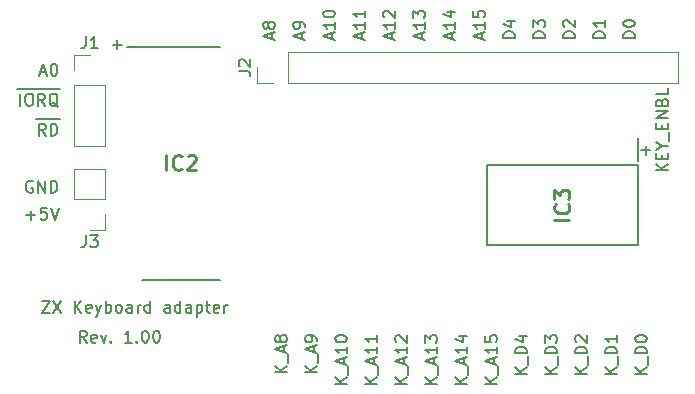
<source format=gbr>
%TF.GenerationSoftware,KiCad,Pcbnew,(5.1.6)-1*%
%TF.CreationDate,2020-09-22T22:22:24+03:00*%
%TF.ProjectId,ZX Keyboard logic,5a58204b-6579-4626-9f61-7264206c6f67,rev?*%
%TF.SameCoordinates,Original*%
%TF.FileFunction,Legend,Top*%
%TF.FilePolarity,Positive*%
%FSLAX46Y46*%
G04 Gerber Fmt 4.6, Leading zero omitted, Abs format (unit mm)*
G04 Created by KiCad (PCBNEW (5.1.6)-1) date 2020-09-22 22:22:24*
%MOMM*%
%LPD*%
G01*
G04 APERTURE LIST*
%ADD10C,0.150000*%
%ADD11C,0.120000*%
%ADD12C,0.200000*%
%ADD13C,0.254000*%
G04 APERTURE END LIST*
D10*
X37274547Y-80894228D02*
X38036452Y-80894228D01*
X37655500Y-81275180D02*
X37655500Y-80513276D01*
X82003947Y-89809628D02*
X82765852Y-89809628D01*
X82384900Y-90190580D02*
X82384900Y-89428676D01*
X82494380Y-108787714D02*
X81494380Y-108787714D01*
X82494380Y-108216286D02*
X81922952Y-108644857D01*
X81494380Y-108216286D02*
X82065809Y-108787714D01*
X82589619Y-108025809D02*
X82589619Y-107263905D01*
X82494380Y-107025809D02*
X81494380Y-107025809D01*
X81494380Y-106787714D01*
X81542000Y-106644857D01*
X81637238Y-106549619D01*
X81732476Y-106502000D01*
X81922952Y-106454381D01*
X82065809Y-106454381D01*
X82256285Y-106502000D01*
X82351523Y-106549619D01*
X82446761Y-106644857D01*
X82494380Y-106787714D01*
X82494380Y-107025809D01*
X81494380Y-105835333D02*
X81494380Y-105740095D01*
X81542000Y-105644857D01*
X81589619Y-105597238D01*
X81684857Y-105549619D01*
X81875333Y-105502000D01*
X82113428Y-105502000D01*
X82303904Y-105549619D01*
X82399142Y-105597238D01*
X82446761Y-105644857D01*
X82494380Y-105740095D01*
X82494380Y-105835333D01*
X82446761Y-105930571D01*
X82399142Y-105978190D01*
X82303904Y-106025809D01*
X82113428Y-106073428D01*
X81875333Y-106073428D01*
X81684857Y-106025809D01*
X81589619Y-105978190D01*
X81542000Y-105930571D01*
X81494380Y-105835333D01*
X79954380Y-108787714D02*
X78954380Y-108787714D01*
X79954380Y-108216286D02*
X79382952Y-108644857D01*
X78954380Y-108216286D02*
X79525809Y-108787714D01*
X80049619Y-108025809D02*
X80049619Y-107263905D01*
X79954380Y-107025809D02*
X78954380Y-107025809D01*
X78954380Y-106787714D01*
X79002000Y-106644857D01*
X79097238Y-106549619D01*
X79192476Y-106502000D01*
X79382952Y-106454381D01*
X79525809Y-106454381D01*
X79716285Y-106502000D01*
X79811523Y-106549619D01*
X79906761Y-106644857D01*
X79954380Y-106787714D01*
X79954380Y-107025809D01*
X79954380Y-105502000D02*
X79954380Y-106073428D01*
X79954380Y-105787714D02*
X78954380Y-105787714D01*
X79097238Y-105882952D01*
X79192476Y-105978190D01*
X79240095Y-106073428D01*
X77414380Y-108787714D02*
X76414380Y-108787714D01*
X77414380Y-108216286D02*
X76842952Y-108644857D01*
X76414380Y-108216286D02*
X76985809Y-108787714D01*
X77509619Y-108025809D02*
X77509619Y-107263905D01*
X77414380Y-107025809D02*
X76414380Y-107025809D01*
X76414380Y-106787714D01*
X76462000Y-106644857D01*
X76557238Y-106549619D01*
X76652476Y-106502000D01*
X76842952Y-106454381D01*
X76985809Y-106454381D01*
X77176285Y-106502000D01*
X77271523Y-106549619D01*
X77366761Y-106644857D01*
X77414380Y-106787714D01*
X77414380Y-107025809D01*
X76509619Y-106073428D02*
X76462000Y-106025809D01*
X76414380Y-105930571D01*
X76414380Y-105692476D01*
X76462000Y-105597238D01*
X76509619Y-105549619D01*
X76604857Y-105502000D01*
X76700095Y-105502000D01*
X76842952Y-105549619D01*
X77414380Y-106121047D01*
X77414380Y-105502000D01*
X54554380Y-108644858D02*
X53554380Y-108644858D01*
X54554380Y-108073429D02*
X53982952Y-108502000D01*
X53554380Y-108073429D02*
X54125809Y-108644858D01*
X54649619Y-107882953D02*
X54649619Y-107121048D01*
X54268666Y-106930572D02*
X54268666Y-106454381D01*
X54554380Y-107025810D02*
X53554380Y-106692477D01*
X54554380Y-106359143D01*
X54554380Y-105978191D02*
X54554380Y-105787715D01*
X54506761Y-105692477D01*
X54459142Y-105644858D01*
X54316285Y-105549619D01*
X54125809Y-105502000D01*
X53744857Y-105502000D01*
X53649619Y-105549619D01*
X53602000Y-105597239D01*
X53554380Y-105692477D01*
X53554380Y-105882953D01*
X53602000Y-105978191D01*
X53649619Y-106025810D01*
X53744857Y-106073429D01*
X53982952Y-106073429D01*
X54078190Y-106025810D01*
X54125809Y-105978191D01*
X54173428Y-105882953D01*
X54173428Y-105692477D01*
X54125809Y-105597239D01*
X54078190Y-105549619D01*
X53982952Y-105502000D01*
X74874380Y-108787714D02*
X73874380Y-108787714D01*
X74874380Y-108216286D02*
X74302952Y-108644857D01*
X73874380Y-108216286D02*
X74445809Y-108787714D01*
X74969619Y-108025809D02*
X74969619Y-107263905D01*
X74874380Y-107025809D02*
X73874380Y-107025809D01*
X73874380Y-106787714D01*
X73922000Y-106644857D01*
X74017238Y-106549619D01*
X74112476Y-106502000D01*
X74302952Y-106454381D01*
X74445809Y-106454381D01*
X74636285Y-106502000D01*
X74731523Y-106549619D01*
X74826761Y-106644857D01*
X74874380Y-106787714D01*
X74874380Y-107025809D01*
X73874380Y-106121047D02*
X73874380Y-105502000D01*
X74255333Y-105835333D01*
X74255333Y-105692476D01*
X74302952Y-105597238D01*
X74350571Y-105549619D01*
X74445809Y-105502000D01*
X74683904Y-105502000D01*
X74779142Y-105549619D01*
X74826761Y-105597238D01*
X74874380Y-105692476D01*
X74874380Y-105978190D01*
X74826761Y-106073428D01*
X74779142Y-106121047D01*
X72334380Y-108787714D02*
X71334380Y-108787714D01*
X72334380Y-108216286D02*
X71762952Y-108644857D01*
X71334380Y-108216286D02*
X71905809Y-108787714D01*
X72429619Y-108025809D02*
X72429619Y-107263905D01*
X72334380Y-107025809D02*
X71334380Y-107025809D01*
X71334380Y-106787714D01*
X71382000Y-106644857D01*
X71477238Y-106549619D01*
X71572476Y-106502000D01*
X71762952Y-106454381D01*
X71905809Y-106454381D01*
X72096285Y-106502000D01*
X72191523Y-106549619D01*
X72286761Y-106644857D01*
X72334380Y-106787714D01*
X72334380Y-107025809D01*
X71667714Y-105597238D02*
X72334380Y-105597238D01*
X71286761Y-105835333D02*
X72001047Y-106073428D01*
X72001047Y-105454381D01*
X59634380Y-109597238D02*
X58634380Y-109597238D01*
X59634380Y-109025809D02*
X59062952Y-109454381D01*
X58634380Y-109025809D02*
X59205809Y-109597238D01*
X59729619Y-108835333D02*
X59729619Y-108073429D01*
X59348666Y-107882952D02*
X59348666Y-107406762D01*
X59634380Y-107978190D02*
X58634380Y-107644857D01*
X59634380Y-107311524D01*
X59634380Y-106454381D02*
X59634380Y-107025809D01*
X59634380Y-106740095D02*
X58634380Y-106740095D01*
X58777238Y-106835333D01*
X58872476Y-106930571D01*
X58920095Y-107025809D01*
X59634380Y-105502000D02*
X59634380Y-106073429D01*
X59634380Y-105787714D02*
X58634380Y-105787714D01*
X58777238Y-105882952D01*
X58872476Y-105978190D01*
X58920095Y-106073429D01*
X64714380Y-109597238D02*
X63714380Y-109597238D01*
X64714380Y-109025809D02*
X64142952Y-109454381D01*
X63714380Y-109025809D02*
X64285809Y-109597238D01*
X64809619Y-108835333D02*
X64809619Y-108073429D01*
X64428666Y-107882952D02*
X64428666Y-107406762D01*
X64714380Y-107978190D02*
X63714380Y-107644857D01*
X64714380Y-107311524D01*
X64714380Y-106454381D02*
X64714380Y-107025809D01*
X64714380Y-106740095D02*
X63714380Y-106740095D01*
X63857238Y-106835333D01*
X63952476Y-106930571D01*
X64000095Y-107025809D01*
X63714380Y-106121048D02*
X63714380Y-105502000D01*
X64095333Y-105835333D01*
X64095333Y-105692476D01*
X64142952Y-105597238D01*
X64190571Y-105549619D01*
X64285809Y-105502000D01*
X64523904Y-105502000D01*
X64619142Y-105549619D01*
X64666761Y-105597238D01*
X64714380Y-105692476D01*
X64714380Y-105978190D01*
X64666761Y-106073429D01*
X64619142Y-106121048D01*
X69794380Y-109597238D02*
X68794380Y-109597238D01*
X69794380Y-109025809D02*
X69222952Y-109454381D01*
X68794380Y-109025809D02*
X69365809Y-109597238D01*
X69889619Y-108835333D02*
X69889619Y-108073429D01*
X69508666Y-107882952D02*
X69508666Y-107406762D01*
X69794380Y-107978190D02*
X68794380Y-107644857D01*
X69794380Y-107311524D01*
X69794380Y-106454381D02*
X69794380Y-107025809D01*
X69794380Y-106740095D02*
X68794380Y-106740095D01*
X68937238Y-106835333D01*
X69032476Y-106930571D01*
X69080095Y-107025809D01*
X68794380Y-105549619D02*
X68794380Y-106025809D01*
X69270571Y-106073429D01*
X69222952Y-106025809D01*
X69175333Y-105930571D01*
X69175333Y-105692476D01*
X69222952Y-105597238D01*
X69270571Y-105549619D01*
X69365809Y-105502000D01*
X69603904Y-105502000D01*
X69699142Y-105549619D01*
X69746761Y-105597238D01*
X69794380Y-105692476D01*
X69794380Y-105930571D01*
X69746761Y-106025809D01*
X69699142Y-106073429D01*
X67254380Y-109597238D02*
X66254380Y-109597238D01*
X67254380Y-109025809D02*
X66682952Y-109454381D01*
X66254380Y-109025809D02*
X66825809Y-109597238D01*
X67349619Y-108835333D02*
X67349619Y-108073429D01*
X66968666Y-107882952D02*
X66968666Y-107406762D01*
X67254380Y-107978190D02*
X66254380Y-107644857D01*
X67254380Y-107311524D01*
X67254380Y-106454381D02*
X67254380Y-107025809D01*
X67254380Y-106740095D02*
X66254380Y-106740095D01*
X66397238Y-106835333D01*
X66492476Y-106930571D01*
X66540095Y-107025809D01*
X66587714Y-105597238D02*
X67254380Y-105597238D01*
X66206761Y-105835333D02*
X66921047Y-106073429D01*
X66921047Y-105454381D01*
X62174380Y-109597238D02*
X61174380Y-109597238D01*
X62174380Y-109025809D02*
X61602952Y-109454381D01*
X61174380Y-109025809D02*
X61745809Y-109597238D01*
X62269619Y-108835333D02*
X62269619Y-108073429D01*
X61888666Y-107882952D02*
X61888666Y-107406762D01*
X62174380Y-107978190D02*
X61174380Y-107644857D01*
X62174380Y-107311524D01*
X62174380Y-106454381D02*
X62174380Y-107025809D01*
X62174380Y-106740095D02*
X61174380Y-106740095D01*
X61317238Y-106835333D01*
X61412476Y-106930571D01*
X61460095Y-107025809D01*
X61269619Y-106073429D02*
X61222000Y-106025809D01*
X61174380Y-105930571D01*
X61174380Y-105692476D01*
X61222000Y-105597238D01*
X61269619Y-105549619D01*
X61364857Y-105502000D01*
X61460095Y-105502000D01*
X61602952Y-105549619D01*
X62174380Y-106121048D01*
X62174380Y-105502000D01*
X57094380Y-109597238D02*
X56094380Y-109597238D01*
X57094380Y-109025809D02*
X56522952Y-109454381D01*
X56094380Y-109025809D02*
X56665809Y-109597238D01*
X57189619Y-108835333D02*
X57189619Y-108073429D01*
X56808666Y-107882952D02*
X56808666Y-107406762D01*
X57094380Y-107978190D02*
X56094380Y-107644857D01*
X57094380Y-107311524D01*
X57094380Y-106454381D02*
X57094380Y-107025809D01*
X57094380Y-106740095D02*
X56094380Y-106740095D01*
X56237238Y-106835333D01*
X56332476Y-106930571D01*
X56380095Y-107025809D01*
X56094380Y-105835333D02*
X56094380Y-105740095D01*
X56142000Y-105644857D01*
X56189619Y-105597238D01*
X56284857Y-105549619D01*
X56475333Y-105502000D01*
X56713428Y-105502000D01*
X56903904Y-105549619D01*
X56999142Y-105597238D01*
X57046761Y-105644857D01*
X57094380Y-105740095D01*
X57094380Y-105835333D01*
X57046761Y-105930571D01*
X56999142Y-105978190D01*
X56903904Y-106025809D01*
X56713428Y-106073429D01*
X56475333Y-106073429D01*
X56284857Y-106025809D01*
X56189619Y-105978190D01*
X56142000Y-105930571D01*
X56094380Y-105835333D01*
X52014380Y-108644858D02*
X51014380Y-108644858D01*
X52014380Y-108073429D02*
X51442952Y-108502000D01*
X51014380Y-108073429D02*
X51585809Y-108644858D01*
X52109619Y-107882953D02*
X52109619Y-107121048D01*
X51728666Y-106930572D02*
X51728666Y-106454381D01*
X52014380Y-107025810D02*
X51014380Y-106692477D01*
X52014380Y-106359143D01*
X51442952Y-105882953D02*
X51395333Y-105978191D01*
X51347714Y-106025810D01*
X51252476Y-106073429D01*
X51204857Y-106073429D01*
X51109619Y-106025810D01*
X51062000Y-105978191D01*
X51014380Y-105882953D01*
X51014380Y-105692477D01*
X51062000Y-105597239D01*
X51109619Y-105549619D01*
X51204857Y-105502000D01*
X51252476Y-105502000D01*
X51347714Y-105549619D01*
X51395333Y-105597239D01*
X51442952Y-105692477D01*
X51442952Y-105882953D01*
X51490571Y-105978191D01*
X51538190Y-106025810D01*
X51633428Y-106073429D01*
X51823904Y-106073429D01*
X51919142Y-106025810D01*
X51966761Y-105978191D01*
X52014380Y-105882953D01*
X52014380Y-105692477D01*
X51966761Y-105597239D01*
X51919142Y-105549619D01*
X51823904Y-105502000D01*
X51633428Y-105502000D01*
X51538190Y-105549619D01*
X51490571Y-105597239D01*
X51442952Y-105692477D01*
X35060285Y-106116380D02*
X34726952Y-105640190D01*
X34488857Y-106116380D02*
X34488857Y-105116380D01*
X34869809Y-105116380D01*
X34965047Y-105164000D01*
X35012666Y-105211619D01*
X35060285Y-105306857D01*
X35060285Y-105449714D01*
X35012666Y-105544952D01*
X34965047Y-105592571D01*
X34869809Y-105640190D01*
X34488857Y-105640190D01*
X35869809Y-106068761D02*
X35774571Y-106116380D01*
X35584095Y-106116380D01*
X35488857Y-106068761D01*
X35441238Y-105973523D01*
X35441238Y-105592571D01*
X35488857Y-105497333D01*
X35584095Y-105449714D01*
X35774571Y-105449714D01*
X35869809Y-105497333D01*
X35917428Y-105592571D01*
X35917428Y-105687809D01*
X35441238Y-105783047D01*
X36250761Y-105449714D02*
X36488857Y-106116380D01*
X36726952Y-105449714D01*
X37107904Y-106021142D02*
X37155523Y-106068761D01*
X37107904Y-106116380D01*
X37060285Y-106068761D01*
X37107904Y-106021142D01*
X37107904Y-106116380D01*
X38869809Y-106116380D02*
X38298380Y-106116380D01*
X38584095Y-106116380D02*
X38584095Y-105116380D01*
X38488857Y-105259238D01*
X38393619Y-105354476D01*
X38298380Y-105402095D01*
X39298380Y-106021142D02*
X39346000Y-106068761D01*
X39298380Y-106116380D01*
X39250761Y-106068761D01*
X39298380Y-106021142D01*
X39298380Y-106116380D01*
X39965047Y-105116380D02*
X40060285Y-105116380D01*
X40155523Y-105164000D01*
X40203142Y-105211619D01*
X40250761Y-105306857D01*
X40298380Y-105497333D01*
X40298380Y-105735428D01*
X40250761Y-105925904D01*
X40203142Y-106021142D01*
X40155523Y-106068761D01*
X40060285Y-106116380D01*
X39965047Y-106116380D01*
X39869809Y-106068761D01*
X39822190Y-106021142D01*
X39774571Y-105925904D01*
X39726952Y-105735428D01*
X39726952Y-105497333D01*
X39774571Y-105306857D01*
X39822190Y-105211619D01*
X39869809Y-105164000D01*
X39965047Y-105116380D01*
X40917428Y-105116380D02*
X41012666Y-105116380D01*
X41107904Y-105164000D01*
X41155523Y-105211619D01*
X41203142Y-105306857D01*
X41250761Y-105497333D01*
X41250761Y-105735428D01*
X41203142Y-105925904D01*
X41155523Y-106021142D01*
X41107904Y-106068761D01*
X41012666Y-106116380D01*
X40917428Y-106116380D01*
X40822190Y-106068761D01*
X40774571Y-106021142D01*
X40726952Y-105925904D01*
X40679333Y-105735428D01*
X40679333Y-105497333D01*
X40726952Y-105306857D01*
X40774571Y-105211619D01*
X40822190Y-105164000D01*
X40917428Y-105116380D01*
X31282666Y-102576380D02*
X31949333Y-102576380D01*
X31282666Y-103576380D01*
X31949333Y-103576380D01*
X32235047Y-102576380D02*
X32901714Y-103576380D01*
X32901714Y-102576380D02*
X32235047Y-103576380D01*
X34044571Y-103576380D02*
X34044571Y-102576380D01*
X34616000Y-103576380D02*
X34187428Y-103004952D01*
X34616000Y-102576380D02*
X34044571Y-103147809D01*
X35425523Y-103528761D02*
X35330285Y-103576380D01*
X35139809Y-103576380D01*
X35044571Y-103528761D01*
X34996952Y-103433523D01*
X34996952Y-103052571D01*
X35044571Y-102957333D01*
X35139809Y-102909714D01*
X35330285Y-102909714D01*
X35425523Y-102957333D01*
X35473142Y-103052571D01*
X35473142Y-103147809D01*
X34996952Y-103243047D01*
X35806476Y-102909714D02*
X36044571Y-103576380D01*
X36282666Y-102909714D02*
X36044571Y-103576380D01*
X35949333Y-103814476D01*
X35901714Y-103862095D01*
X35806476Y-103909714D01*
X36663619Y-103576380D02*
X36663619Y-102576380D01*
X36663619Y-102957333D02*
X36758857Y-102909714D01*
X36949333Y-102909714D01*
X37044571Y-102957333D01*
X37092190Y-103004952D01*
X37139809Y-103100190D01*
X37139809Y-103385904D01*
X37092190Y-103481142D01*
X37044571Y-103528761D01*
X36949333Y-103576380D01*
X36758857Y-103576380D01*
X36663619Y-103528761D01*
X37711238Y-103576380D02*
X37616000Y-103528761D01*
X37568380Y-103481142D01*
X37520761Y-103385904D01*
X37520761Y-103100190D01*
X37568380Y-103004952D01*
X37616000Y-102957333D01*
X37711238Y-102909714D01*
X37854095Y-102909714D01*
X37949333Y-102957333D01*
X37996952Y-103004952D01*
X38044571Y-103100190D01*
X38044571Y-103385904D01*
X37996952Y-103481142D01*
X37949333Y-103528761D01*
X37854095Y-103576380D01*
X37711238Y-103576380D01*
X38901714Y-103576380D02*
X38901714Y-103052571D01*
X38854095Y-102957333D01*
X38758857Y-102909714D01*
X38568380Y-102909714D01*
X38473142Y-102957333D01*
X38901714Y-103528761D02*
X38806476Y-103576380D01*
X38568380Y-103576380D01*
X38473142Y-103528761D01*
X38425523Y-103433523D01*
X38425523Y-103338285D01*
X38473142Y-103243047D01*
X38568380Y-103195428D01*
X38806476Y-103195428D01*
X38901714Y-103147809D01*
X39377904Y-103576380D02*
X39377904Y-102909714D01*
X39377904Y-103100190D02*
X39425523Y-103004952D01*
X39473142Y-102957333D01*
X39568380Y-102909714D01*
X39663619Y-102909714D01*
X40425523Y-103576380D02*
X40425523Y-102576380D01*
X40425523Y-103528761D02*
X40330285Y-103576380D01*
X40139809Y-103576380D01*
X40044571Y-103528761D01*
X39996952Y-103481142D01*
X39949333Y-103385904D01*
X39949333Y-103100190D01*
X39996952Y-103004952D01*
X40044571Y-102957333D01*
X40139809Y-102909714D01*
X40330285Y-102909714D01*
X40425523Y-102957333D01*
X42092190Y-103576380D02*
X42092190Y-103052571D01*
X42044571Y-102957333D01*
X41949333Y-102909714D01*
X41758857Y-102909714D01*
X41663619Y-102957333D01*
X42092190Y-103528761D02*
X41996952Y-103576380D01*
X41758857Y-103576380D01*
X41663619Y-103528761D01*
X41616000Y-103433523D01*
X41616000Y-103338285D01*
X41663619Y-103243047D01*
X41758857Y-103195428D01*
X41996952Y-103195428D01*
X42092190Y-103147809D01*
X42996952Y-103576380D02*
X42996952Y-102576380D01*
X42996952Y-103528761D02*
X42901714Y-103576380D01*
X42711238Y-103576380D01*
X42616000Y-103528761D01*
X42568380Y-103481142D01*
X42520761Y-103385904D01*
X42520761Y-103100190D01*
X42568380Y-103004952D01*
X42616000Y-102957333D01*
X42711238Y-102909714D01*
X42901714Y-102909714D01*
X42996952Y-102957333D01*
X43901714Y-103576380D02*
X43901714Y-103052571D01*
X43854095Y-102957333D01*
X43758857Y-102909714D01*
X43568380Y-102909714D01*
X43473142Y-102957333D01*
X43901714Y-103528761D02*
X43806476Y-103576380D01*
X43568380Y-103576380D01*
X43473142Y-103528761D01*
X43425523Y-103433523D01*
X43425523Y-103338285D01*
X43473142Y-103243047D01*
X43568380Y-103195428D01*
X43806476Y-103195428D01*
X43901714Y-103147809D01*
X44377904Y-102909714D02*
X44377904Y-103909714D01*
X44377904Y-102957333D02*
X44473142Y-102909714D01*
X44663619Y-102909714D01*
X44758857Y-102957333D01*
X44806476Y-103004952D01*
X44854095Y-103100190D01*
X44854095Y-103385904D01*
X44806476Y-103481142D01*
X44758857Y-103528761D01*
X44663619Y-103576380D01*
X44473142Y-103576380D01*
X44377904Y-103528761D01*
X45139809Y-102909714D02*
X45520761Y-102909714D01*
X45282666Y-102576380D02*
X45282666Y-103433523D01*
X45330285Y-103528761D01*
X45425523Y-103576380D01*
X45520761Y-103576380D01*
X46235047Y-103528761D02*
X46139809Y-103576380D01*
X45949333Y-103576380D01*
X45854095Y-103528761D01*
X45806476Y-103433523D01*
X45806476Y-103052571D01*
X45854095Y-102957333D01*
X45949333Y-102909714D01*
X46139809Y-102909714D01*
X46235047Y-102957333D01*
X46282666Y-103052571D01*
X46282666Y-103147809D01*
X45806476Y-103243047D01*
X46711238Y-103576380D02*
X46711238Y-102909714D01*
X46711238Y-103100190D02*
X46758857Y-103004952D01*
X46806476Y-102957333D01*
X46901714Y-102909714D01*
X46996952Y-102909714D01*
X29956285Y-95321428D02*
X30718190Y-95321428D01*
X30337238Y-95702380D02*
X30337238Y-94940476D01*
X31670571Y-94702380D02*
X31194380Y-94702380D01*
X31146761Y-95178571D01*
X31194380Y-95130952D01*
X31289619Y-95083333D01*
X31527714Y-95083333D01*
X31622952Y-95130952D01*
X31670571Y-95178571D01*
X31718190Y-95273809D01*
X31718190Y-95511904D01*
X31670571Y-95607142D01*
X31622952Y-95654761D01*
X31527714Y-95702380D01*
X31289619Y-95702380D01*
X31194380Y-95654761D01*
X31146761Y-95607142D01*
X32003904Y-94702380D02*
X32337238Y-95702380D01*
X32670571Y-94702380D01*
X30480095Y-92464000D02*
X30384857Y-92416380D01*
X30242000Y-92416380D01*
X30099142Y-92464000D01*
X30003904Y-92559238D01*
X29956285Y-92654476D01*
X29908666Y-92844952D01*
X29908666Y-92987809D01*
X29956285Y-93178285D01*
X30003904Y-93273523D01*
X30099142Y-93368761D01*
X30242000Y-93416380D01*
X30337238Y-93416380D01*
X30480095Y-93368761D01*
X30527714Y-93321142D01*
X30527714Y-92987809D01*
X30337238Y-92987809D01*
X30956285Y-93416380D02*
X30956285Y-92416380D01*
X31527714Y-93416380D01*
X31527714Y-92416380D01*
X32003904Y-93416380D02*
X32003904Y-92416380D01*
X32242000Y-92416380D01*
X32384857Y-92464000D01*
X32480095Y-92559238D01*
X32527714Y-92654476D01*
X32575333Y-92844952D01*
X32575333Y-92987809D01*
X32527714Y-93178285D01*
X32480095Y-93273523D01*
X32384857Y-93368761D01*
X32242000Y-93416380D01*
X32003904Y-93416380D01*
X50712666Y-80379524D02*
X50712666Y-79903334D01*
X50998380Y-80474762D02*
X49998380Y-80141429D01*
X50998380Y-79808096D01*
X50426952Y-79331905D02*
X50379333Y-79427143D01*
X50331714Y-79474762D01*
X50236476Y-79522381D01*
X50188857Y-79522381D01*
X50093619Y-79474762D01*
X50046000Y-79427143D01*
X49998380Y-79331905D01*
X49998380Y-79141429D01*
X50046000Y-79046191D01*
X50093619Y-78998572D01*
X50188857Y-78950953D01*
X50236476Y-78950953D01*
X50331714Y-78998572D01*
X50379333Y-79046191D01*
X50426952Y-79141429D01*
X50426952Y-79331905D01*
X50474571Y-79427143D01*
X50522190Y-79474762D01*
X50617428Y-79522381D01*
X50807904Y-79522381D01*
X50903142Y-79474762D01*
X50950761Y-79427143D01*
X50998380Y-79331905D01*
X50998380Y-79141429D01*
X50950761Y-79046191D01*
X50903142Y-78998572D01*
X50807904Y-78950953D01*
X50617428Y-78950953D01*
X50522190Y-78998572D01*
X50474571Y-79046191D01*
X50426952Y-79141429D01*
X53252666Y-80379524D02*
X53252666Y-79903334D01*
X53538380Y-80474762D02*
X52538380Y-80141429D01*
X53538380Y-79808096D01*
X53538380Y-79427143D02*
X53538380Y-79236667D01*
X53490761Y-79141429D01*
X53443142Y-79093810D01*
X53300285Y-78998572D01*
X53109809Y-78950953D01*
X52728857Y-78950953D01*
X52633619Y-78998572D01*
X52586000Y-79046191D01*
X52538380Y-79141429D01*
X52538380Y-79331905D01*
X52586000Y-79427143D01*
X52633619Y-79474762D01*
X52728857Y-79522381D01*
X52966952Y-79522381D01*
X53062190Y-79474762D01*
X53109809Y-79427143D01*
X53157428Y-79331905D01*
X53157428Y-79141429D01*
X53109809Y-79046191D01*
X53062190Y-78998572D01*
X52966952Y-78950953D01*
X55792666Y-80379525D02*
X55792666Y-79903334D01*
X56078380Y-80474763D02*
X55078380Y-80141429D01*
X56078380Y-79808096D01*
X56078380Y-78950953D02*
X56078380Y-79522382D01*
X56078380Y-79236668D02*
X55078380Y-79236668D01*
X55221238Y-79331906D01*
X55316476Y-79427144D01*
X55364095Y-79522382D01*
X55078380Y-78331906D02*
X55078380Y-78236668D01*
X55126000Y-78141429D01*
X55173619Y-78093810D01*
X55268857Y-78046191D01*
X55459333Y-77998572D01*
X55697428Y-77998572D01*
X55887904Y-78046191D01*
X55983142Y-78093810D01*
X56030761Y-78141429D01*
X56078380Y-78236668D01*
X56078380Y-78331906D01*
X56030761Y-78427144D01*
X55983142Y-78474763D01*
X55887904Y-78522382D01*
X55697428Y-78570001D01*
X55459333Y-78570001D01*
X55268857Y-78522382D01*
X55173619Y-78474763D01*
X55126000Y-78427144D01*
X55078380Y-78331906D01*
X58332666Y-80379525D02*
X58332666Y-79903334D01*
X58618380Y-80474763D02*
X57618380Y-80141429D01*
X58618380Y-79808096D01*
X58618380Y-78950953D02*
X58618380Y-79522382D01*
X58618380Y-79236668D02*
X57618380Y-79236668D01*
X57761238Y-79331906D01*
X57856476Y-79427144D01*
X57904095Y-79522382D01*
X58618380Y-77998572D02*
X58618380Y-78570001D01*
X58618380Y-78284287D02*
X57618380Y-78284287D01*
X57761238Y-78379525D01*
X57856476Y-78474763D01*
X57904095Y-78570001D01*
X60872666Y-80379525D02*
X60872666Y-79903334D01*
X61158380Y-80474763D02*
X60158380Y-80141429D01*
X61158380Y-79808096D01*
X61158380Y-78950953D02*
X61158380Y-79522382D01*
X61158380Y-79236668D02*
X60158380Y-79236668D01*
X60301238Y-79331906D01*
X60396476Y-79427144D01*
X60444095Y-79522382D01*
X60253619Y-78570001D02*
X60206000Y-78522382D01*
X60158380Y-78427144D01*
X60158380Y-78189049D01*
X60206000Y-78093810D01*
X60253619Y-78046191D01*
X60348857Y-77998572D01*
X60444095Y-77998572D01*
X60586952Y-78046191D01*
X61158380Y-78617620D01*
X61158380Y-77998572D01*
X63412666Y-80379525D02*
X63412666Y-79903334D01*
X63698380Y-80474763D02*
X62698380Y-80141429D01*
X63698380Y-79808096D01*
X63698380Y-78950953D02*
X63698380Y-79522382D01*
X63698380Y-79236668D02*
X62698380Y-79236668D01*
X62841238Y-79331906D01*
X62936476Y-79427144D01*
X62984095Y-79522382D01*
X62698380Y-78617620D02*
X62698380Y-77998572D01*
X63079333Y-78331906D01*
X63079333Y-78189049D01*
X63126952Y-78093810D01*
X63174571Y-78046191D01*
X63269809Y-77998572D01*
X63507904Y-77998572D01*
X63603142Y-78046191D01*
X63650761Y-78093810D01*
X63698380Y-78189049D01*
X63698380Y-78474763D01*
X63650761Y-78570001D01*
X63603142Y-78617620D01*
X65952666Y-80379525D02*
X65952666Y-79903334D01*
X66238380Y-80474763D02*
X65238380Y-80141429D01*
X66238380Y-79808096D01*
X66238380Y-78950953D02*
X66238380Y-79522382D01*
X66238380Y-79236668D02*
X65238380Y-79236668D01*
X65381238Y-79331906D01*
X65476476Y-79427144D01*
X65524095Y-79522382D01*
X65571714Y-78093810D02*
X66238380Y-78093810D01*
X65190761Y-78331906D02*
X65905047Y-78570001D01*
X65905047Y-77950953D01*
X68492666Y-80379525D02*
X68492666Y-79903334D01*
X68778380Y-80474763D02*
X67778380Y-80141429D01*
X68778380Y-79808096D01*
X68778380Y-78950953D02*
X68778380Y-79522382D01*
X68778380Y-79236668D02*
X67778380Y-79236668D01*
X67921238Y-79331906D01*
X68016476Y-79427144D01*
X68064095Y-79522382D01*
X67778380Y-78046191D02*
X67778380Y-78522382D01*
X68254571Y-78570001D01*
X68206952Y-78522382D01*
X68159333Y-78427144D01*
X68159333Y-78189049D01*
X68206952Y-78093810D01*
X68254571Y-78046191D01*
X68349809Y-77998572D01*
X68587904Y-77998572D01*
X68683142Y-78046191D01*
X68730761Y-78093810D01*
X68778380Y-78189049D01*
X68778380Y-78427144D01*
X68730761Y-78522382D01*
X68683142Y-78570001D01*
X71318380Y-80331906D02*
X70318380Y-80331906D01*
X70318380Y-80093811D01*
X70366000Y-79950953D01*
X70461238Y-79855715D01*
X70556476Y-79808096D01*
X70746952Y-79760477D01*
X70889809Y-79760477D01*
X71080285Y-79808096D01*
X71175523Y-79855715D01*
X71270761Y-79950953D01*
X71318380Y-80093811D01*
X71318380Y-80331906D01*
X70651714Y-78903334D02*
X71318380Y-78903334D01*
X70270761Y-79141430D02*
X70985047Y-79379525D01*
X70985047Y-78760477D01*
X73858380Y-80331906D02*
X72858380Y-80331906D01*
X72858380Y-80093811D01*
X72906000Y-79950953D01*
X73001238Y-79855715D01*
X73096476Y-79808096D01*
X73286952Y-79760477D01*
X73429809Y-79760477D01*
X73620285Y-79808096D01*
X73715523Y-79855715D01*
X73810761Y-79950953D01*
X73858380Y-80093811D01*
X73858380Y-80331906D01*
X72858380Y-79427144D02*
X72858380Y-78808096D01*
X73239333Y-79141430D01*
X73239333Y-78998572D01*
X73286952Y-78903334D01*
X73334571Y-78855715D01*
X73429809Y-78808096D01*
X73667904Y-78808096D01*
X73763142Y-78855715D01*
X73810761Y-78903334D01*
X73858380Y-78998572D01*
X73858380Y-79284287D01*
X73810761Y-79379525D01*
X73763142Y-79427144D01*
X76398380Y-80331906D02*
X75398380Y-80331906D01*
X75398380Y-80093811D01*
X75446000Y-79950953D01*
X75541238Y-79855715D01*
X75636476Y-79808096D01*
X75826952Y-79760477D01*
X75969809Y-79760477D01*
X76160285Y-79808096D01*
X76255523Y-79855715D01*
X76350761Y-79950953D01*
X76398380Y-80093811D01*
X76398380Y-80331906D01*
X75493619Y-79379525D02*
X75446000Y-79331906D01*
X75398380Y-79236668D01*
X75398380Y-78998572D01*
X75446000Y-78903334D01*
X75493619Y-78855715D01*
X75588857Y-78808096D01*
X75684095Y-78808096D01*
X75826952Y-78855715D01*
X76398380Y-79427144D01*
X76398380Y-78808096D01*
X78938380Y-80331906D02*
X77938380Y-80331906D01*
X77938380Y-80093811D01*
X77986000Y-79950953D01*
X78081238Y-79855715D01*
X78176476Y-79808096D01*
X78366952Y-79760477D01*
X78509809Y-79760477D01*
X78700285Y-79808096D01*
X78795523Y-79855715D01*
X78890761Y-79950953D01*
X78938380Y-80093811D01*
X78938380Y-80331906D01*
X78938380Y-78808096D02*
X78938380Y-79379525D01*
X78938380Y-79093811D02*
X77938380Y-79093811D01*
X78081238Y-79189049D01*
X78176476Y-79284287D01*
X78224095Y-79379525D01*
X81478380Y-80331906D02*
X80478380Y-80331906D01*
X80478380Y-80093811D01*
X80526000Y-79950953D01*
X80621238Y-79855715D01*
X80716476Y-79808096D01*
X80906952Y-79760477D01*
X81049809Y-79760477D01*
X81240285Y-79808096D01*
X81335523Y-79855715D01*
X81430761Y-79950953D01*
X81478380Y-80093811D01*
X81478380Y-80331906D01*
X80478380Y-79141430D02*
X80478380Y-79046191D01*
X80526000Y-78950953D01*
X80573619Y-78903334D01*
X80668857Y-78855715D01*
X80859333Y-78808096D01*
X81097428Y-78808096D01*
X81287904Y-78855715D01*
X81383142Y-78903334D01*
X81430761Y-78950953D01*
X81478380Y-79046191D01*
X81478380Y-79141430D01*
X81430761Y-79236668D01*
X81383142Y-79284287D01*
X81287904Y-79331906D01*
X81097428Y-79379525D01*
X80859333Y-79379525D01*
X80668857Y-79331906D01*
X80573619Y-79284287D01*
X80526000Y-79236668D01*
X80478380Y-79141430D01*
X84272380Y-91542761D02*
X83272380Y-91542761D01*
X84272380Y-90971333D02*
X83700952Y-91399904D01*
X83272380Y-90971333D02*
X83843809Y-91542761D01*
X83748571Y-90542761D02*
X83748571Y-90209428D01*
X84272380Y-90066571D02*
X84272380Y-90542761D01*
X83272380Y-90542761D01*
X83272380Y-90066571D01*
X83796190Y-89447523D02*
X84272380Y-89447523D01*
X83272380Y-89780857D02*
X83796190Y-89447523D01*
X83272380Y-89114190D01*
X84367619Y-89018952D02*
X84367619Y-88257047D01*
X83748571Y-88018952D02*
X83748571Y-87685619D01*
X84272380Y-87542761D02*
X84272380Y-88018952D01*
X83272380Y-88018952D01*
X83272380Y-87542761D01*
X84272380Y-87114190D02*
X83272380Y-87114190D01*
X84272380Y-86542761D01*
X83272380Y-86542761D01*
X83748571Y-85733238D02*
X83796190Y-85590380D01*
X83843809Y-85542761D01*
X83939047Y-85495142D01*
X84081904Y-85495142D01*
X84177142Y-85542761D01*
X84224761Y-85590380D01*
X84272380Y-85685619D01*
X84272380Y-86066571D01*
X83272380Y-86066571D01*
X83272380Y-85733238D01*
X83320000Y-85638000D01*
X83367619Y-85590380D01*
X83462857Y-85542761D01*
X83558095Y-85542761D01*
X83653333Y-85590380D01*
X83700952Y-85638000D01*
X83748571Y-85733238D01*
X83748571Y-86066571D01*
X84272380Y-84590380D02*
X84272380Y-85066571D01*
X83272380Y-85066571D01*
X30765810Y-87223000D02*
X31765810Y-87223000D01*
X31575333Y-88590380D02*
X31242000Y-88114190D01*
X31003905Y-88590380D02*
X31003905Y-87590380D01*
X31384857Y-87590380D01*
X31480095Y-87638000D01*
X31527714Y-87685619D01*
X31575333Y-87780857D01*
X31575333Y-87923714D01*
X31527714Y-88018952D01*
X31480095Y-88066571D01*
X31384857Y-88114190D01*
X31003905Y-88114190D01*
X31765810Y-87223000D02*
X32765810Y-87223000D01*
X32003905Y-88590380D02*
X32003905Y-87590380D01*
X32242000Y-87590380D01*
X32384857Y-87638000D01*
X32480095Y-87733238D01*
X32527714Y-87828476D01*
X32575333Y-88018952D01*
X32575333Y-88161809D01*
X32527714Y-88352285D01*
X32480095Y-88447523D01*
X32384857Y-88542761D01*
X32242000Y-88590380D01*
X32003905Y-88590380D01*
X29194380Y-84683000D02*
X29670571Y-84683000D01*
X29432475Y-86050380D02*
X29432475Y-85050380D01*
X29670571Y-84683000D02*
X30718190Y-84683000D01*
X30099142Y-85050380D02*
X30289618Y-85050380D01*
X30384856Y-85098000D01*
X30480095Y-85193238D01*
X30527714Y-85383714D01*
X30527714Y-85717047D01*
X30480095Y-85907523D01*
X30384856Y-86002761D01*
X30289618Y-86050380D01*
X30099142Y-86050380D01*
X30003904Y-86002761D01*
X29908666Y-85907523D01*
X29861047Y-85717047D01*
X29861047Y-85383714D01*
X29908666Y-85193238D01*
X30003904Y-85098000D01*
X30099142Y-85050380D01*
X30718190Y-84683000D02*
X31718190Y-84683000D01*
X31527714Y-86050380D02*
X31194380Y-85574190D01*
X30956285Y-86050380D02*
X30956285Y-85050380D01*
X31337237Y-85050380D01*
X31432475Y-85098000D01*
X31480095Y-85145619D01*
X31527714Y-85240857D01*
X31527714Y-85383714D01*
X31480095Y-85478952D01*
X31432475Y-85526571D01*
X31337237Y-85574190D01*
X30956285Y-85574190D01*
X31718190Y-84683000D02*
X32765809Y-84683000D01*
X32622952Y-86145619D02*
X32527714Y-86098000D01*
X32432475Y-86002761D01*
X32289618Y-85859904D01*
X32194380Y-85812285D01*
X32099142Y-85812285D01*
X32146761Y-86050380D02*
X32051523Y-86002761D01*
X31956285Y-85907523D01*
X31908666Y-85717047D01*
X31908666Y-85383714D01*
X31956285Y-85193238D01*
X32051523Y-85098000D01*
X32146761Y-85050380D01*
X32337237Y-85050380D01*
X32432475Y-85098000D01*
X32527714Y-85193238D01*
X32575333Y-85383714D01*
X32575333Y-85717047D01*
X32527714Y-85907523D01*
X32432475Y-86002761D01*
X32337237Y-86050380D01*
X32146761Y-86050380D01*
X31146762Y-83224666D02*
X31622952Y-83224666D01*
X31051524Y-83510380D02*
X31384857Y-82510380D01*
X31718190Y-83510380D01*
X32242000Y-82510380D02*
X32337238Y-82510380D01*
X32432476Y-82558000D01*
X32480095Y-82605619D01*
X32527714Y-82700857D01*
X32575333Y-82891333D01*
X32575333Y-83129428D01*
X32527714Y-83319904D01*
X32480095Y-83415142D01*
X32432476Y-83462761D01*
X32337238Y-83510380D01*
X32242000Y-83510380D01*
X32146762Y-83462761D01*
X32099143Y-83415142D01*
X32051524Y-83319904D01*
X32003905Y-83129428D01*
X32003905Y-82891333D01*
X32051524Y-82700857D01*
X32099143Y-82605619D01*
X32146762Y-82558000D01*
X32242000Y-82510380D01*
D11*
%TO.C,J3*%
X36636000Y-91380000D02*
X33976000Y-91380000D01*
X36636000Y-93980000D02*
X36636000Y-91380000D01*
X33976000Y-93980000D02*
X33976000Y-91380000D01*
X36636000Y-93980000D02*
X33976000Y-93980000D01*
X36636000Y-95250000D02*
X36636000Y-96580000D01*
X36636000Y-96580000D02*
X35306000Y-96580000D01*
%TO.C,J2*%
X85150000Y-84134000D02*
X85150000Y-81474000D01*
X52070000Y-84134000D02*
X85150000Y-84134000D01*
X52070000Y-81474000D02*
X85150000Y-81474000D01*
X52070000Y-84134000D02*
X52070000Y-81474000D01*
X50800000Y-84134000D02*
X49470000Y-84134000D01*
X49470000Y-84134000D02*
X49470000Y-82804000D01*
%TO.C,J1*%
X33976000Y-89468000D02*
X36636000Y-89468000D01*
X33976000Y-84328000D02*
X33976000Y-89468000D01*
X36636000Y-84328000D02*
X36636000Y-89468000D01*
X33976000Y-84328000D02*
X36636000Y-84328000D01*
X33976000Y-83058000D02*
X33976000Y-81728000D01*
X33976000Y-81728000D02*
X35306000Y-81728000D01*
D12*
%TO.C,IC3*%
X81744000Y-88788000D02*
X81744000Y-90738000D01*
X68954000Y-91088000D02*
X81754000Y-91088000D01*
X68954000Y-97888000D02*
X68954000Y-91088000D01*
X81754000Y-97888000D02*
X68954000Y-97888000D01*
X81754000Y-91088000D02*
X81754000Y-97888000D01*
%TO.C,IC2*%
X39720000Y-100777000D02*
X46320000Y-100777000D01*
X38485000Y-81087000D02*
X46320000Y-81087000D01*
%TO.C,J3*%
D10*
X34972666Y-97032380D02*
X34972666Y-97746666D01*
X34925047Y-97889523D01*
X34829809Y-97984761D01*
X34686952Y-98032380D01*
X34591714Y-98032380D01*
X35353619Y-97032380D02*
X35972666Y-97032380D01*
X35639333Y-97413333D01*
X35782190Y-97413333D01*
X35877428Y-97460952D01*
X35925047Y-97508571D01*
X35972666Y-97603809D01*
X35972666Y-97841904D01*
X35925047Y-97937142D01*
X35877428Y-97984761D01*
X35782190Y-98032380D01*
X35496476Y-98032380D01*
X35401238Y-97984761D01*
X35353619Y-97937142D01*
%TO.C,J2*%
X47922380Y-83137333D02*
X48636666Y-83137333D01*
X48779523Y-83184952D01*
X48874761Y-83280190D01*
X48922380Y-83423047D01*
X48922380Y-83518285D01*
X48017619Y-82708761D02*
X47970000Y-82661142D01*
X47922380Y-82565904D01*
X47922380Y-82327809D01*
X47970000Y-82232571D01*
X48017619Y-82184952D01*
X48112857Y-82137333D01*
X48208095Y-82137333D01*
X48350952Y-82184952D01*
X48922380Y-82756380D01*
X48922380Y-82137333D01*
%TO.C,J1*%
X34972666Y-80180380D02*
X34972666Y-80894666D01*
X34925047Y-81037523D01*
X34829809Y-81132761D01*
X34686952Y-81180380D01*
X34591714Y-81180380D01*
X35972666Y-81180380D02*
X35401238Y-81180380D01*
X35686952Y-81180380D02*
X35686952Y-80180380D01*
X35591714Y-80323238D01*
X35496476Y-80418476D01*
X35401238Y-80466095D01*
%TO.C,IC3*%
D13*
X75928523Y-95727761D02*
X74658523Y-95727761D01*
X75807571Y-94397285D02*
X75868047Y-94457761D01*
X75928523Y-94639190D01*
X75928523Y-94760142D01*
X75868047Y-94941571D01*
X75747095Y-95062523D01*
X75626142Y-95123000D01*
X75384238Y-95183476D01*
X75202809Y-95183476D01*
X74960904Y-95123000D01*
X74839952Y-95062523D01*
X74719000Y-94941571D01*
X74658523Y-94760142D01*
X74658523Y-94639190D01*
X74719000Y-94457761D01*
X74779476Y-94397285D01*
X74658523Y-93973952D02*
X74658523Y-93187761D01*
X75142333Y-93611095D01*
X75142333Y-93429666D01*
X75202809Y-93308714D01*
X75263285Y-93248238D01*
X75384238Y-93187761D01*
X75686619Y-93187761D01*
X75807571Y-93248238D01*
X75868047Y-93308714D01*
X75928523Y-93429666D01*
X75928523Y-93792523D01*
X75868047Y-93913476D01*
X75807571Y-93973952D01*
%TO.C,IC2*%
X41780238Y-91506523D02*
X41780238Y-90236523D01*
X43110714Y-91385571D02*
X43050238Y-91446047D01*
X42868809Y-91506523D01*
X42747857Y-91506523D01*
X42566428Y-91446047D01*
X42445476Y-91325095D01*
X42385000Y-91204142D01*
X42324523Y-90962238D01*
X42324523Y-90780809D01*
X42385000Y-90538904D01*
X42445476Y-90417952D01*
X42566428Y-90297000D01*
X42747857Y-90236523D01*
X42868809Y-90236523D01*
X43050238Y-90297000D01*
X43110714Y-90357476D01*
X43594523Y-90357476D02*
X43655000Y-90297000D01*
X43775952Y-90236523D01*
X44078333Y-90236523D01*
X44199285Y-90297000D01*
X44259761Y-90357476D01*
X44320238Y-90478428D01*
X44320238Y-90599380D01*
X44259761Y-90780809D01*
X43534047Y-91506523D01*
X44320238Y-91506523D01*
%TD*%
M02*

</source>
